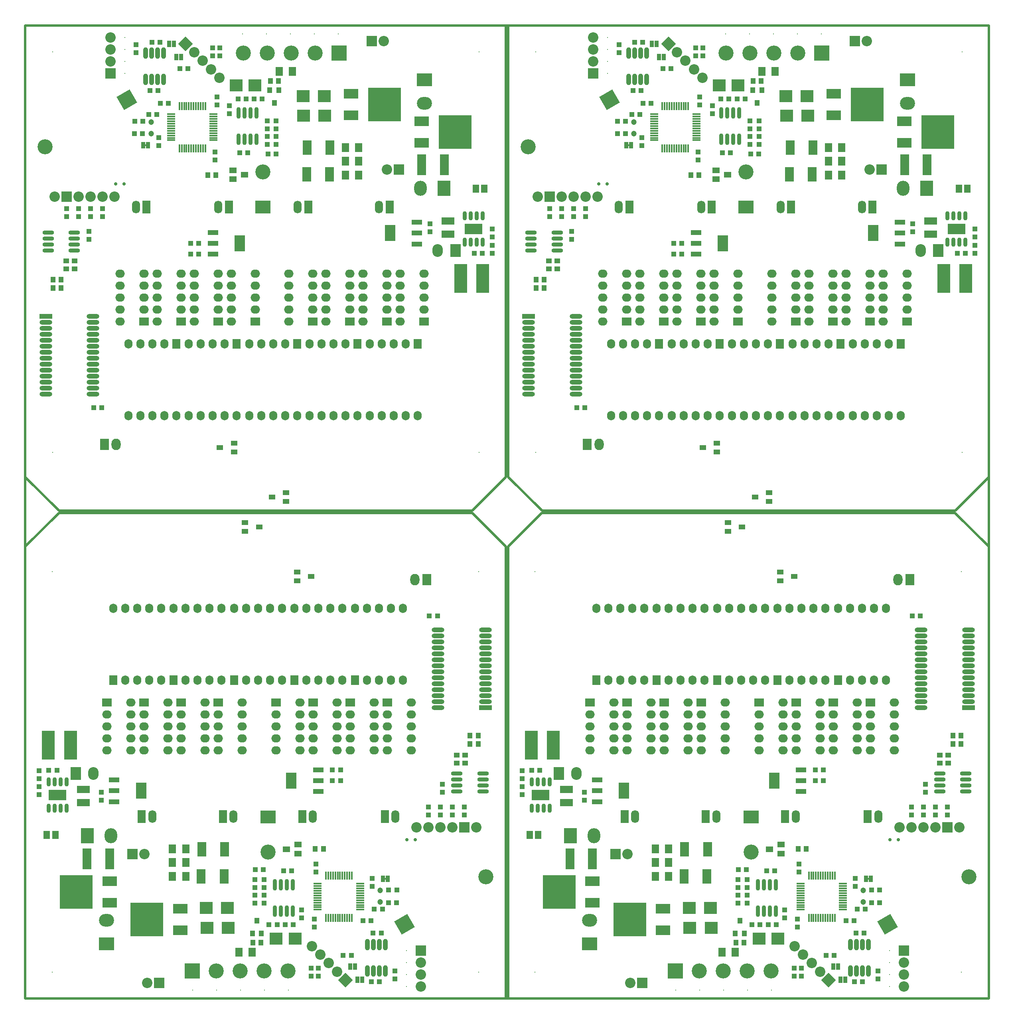
<source format=gts>
G04*
G04 #@! TF.GenerationSoftware,Altium Limited,Altium Designer,20.0.14 (345)*
G04*
G04 Layer_Color=8388736*
%FSLAX44Y44*%
%MOMM*%
G71*
G01*
G75*
%ADD29R,0.8000X0.3500*%
%ADD40C,0.5000*%
%ADD93R,1.5032X1.9032*%
%ADD94R,0.8382X1.4732*%
%ADD95R,2.7032X2.5032*%
%ADD96R,1.0032X1.1032*%
%ADD97R,1.1032X1.0032*%
%ADD98R,2.7032X1.5032*%
%ADD99R,2.3032X3.4032*%
%ADD100R,2.3032X1.1032*%
%ADD101R,2.7032X6.2032*%
%ADD102R,3.7032X2.2032*%
%ADD103O,0.8532X1.9532*%
%ADD104O,0.8532X2.4532*%
%ADD105R,1.0032X1.2032*%
%ADD106R,1.0032X1.3032*%
%ADD107R,1.7532X0.4532*%
%ADD108R,0.4532X1.7532*%
%ADD109R,1.0032X1.3032*%
%ADD110R,1.3032X1.0032*%
%ADD111R,1.4532X1.0032*%
%ADD112R,6.9532X7.1032*%
%ADD113R,3.1032X2.1032*%
%ADD114R,1.6032X1.2032*%
%ADD115R,1.4032X1.8032*%
%ADD116R,2.7032X1.0032*%
%ADD117O,2.7032X1.0032*%
%ADD118O,1.0032X2.4532*%
%ADD119R,1.9532X4.4232*%
%ADD120R,1.9532X3.0532*%
%ADD121O,2.4532X0.8532*%
%ADD122R,1.1032X1.0032*%
%ADD123R,1.5032X1.9032*%
%ADD124C,2.2032*%
%ADD125C,1.2032*%
%ADD126O,1.7032X2.7032*%
%ADD127R,1.7032X2.7032*%
%ADD128O,1.9532X2.4532*%
%ADD129R,1.9532X2.4532*%
%ADD130O,2.2032X2.7032*%
%ADD131R,2.2032X2.7032*%
%ADD132O,2.7032X3.2032*%
%ADD133R,2.7032X3.2032*%
%ADD134O,1.7032X2.0032*%
%ADD135R,1.7032X2.0032*%
%ADD136O,2.0032X1.7032*%
%ADD137R,2.0032X1.7032*%
%ADD138C,0.2032*%
%ADD139R,2.2032X2.2032*%
%ADD140C,3.2032*%
%ADD141R,3.2032X3.2032*%
%ADD142R,2.2032X2.2032*%
%ADD143P,4.5300X4X255.0*%
%ADD144P,3.1158X4X180.0*%
%ADD145R,3.2032X2.7032*%
%ADD146O,3.2032X2.7032*%
%ADD147C,0.7032*%
D29*
X764541Y254000D02*
D03*
X1789542D02*
D03*
X1280459Y1811000D02*
D03*
X255458D02*
D03*
D40*
X0Y0D02*
X2045000D01*
Y2065000D01*
X0D02*
X2045000D01*
X0Y0D02*
Y2065000D01*
X1Y-0D02*
X1020001D01*
Y957500D01*
X948501Y1030000D02*
X1020001Y958850D01*
X71151Y1030000D02*
X948501D01*
X1Y958850D02*
X71151Y1030000D01*
X1Y-0D02*
Y958850D01*
X1025002Y-0D02*
X2045002D01*
Y957500D01*
X1973502Y1030000D02*
X2045002Y958850D01*
X1096152Y1030000D02*
X1973502D01*
X1025002Y958850D02*
X1096152Y1030000D01*
X1025002Y-0D02*
Y958850D01*
X2044999Y2065000D02*
X1024999D01*
Y1107500D01*
X1096499Y1035000D02*
X1024999Y1106150D01*
X1973849Y1035000D02*
X1096499D01*
X2044999Y1106150D02*
X1973849Y1035000D01*
X2044999Y2065000D02*
Y1106150D01*
X1019998Y2065000D02*
X-2D01*
Y1107500D01*
X71498Y1035000D02*
X-2Y1106150D01*
X948848Y1035000D02*
X71498D01*
X1019998Y1106150D02*
X948848Y1035000D01*
X1019998Y2065000D02*
Y1106150D01*
D93*
X453361Y97790D02*
D03*
X481361D02*
D03*
X312391Y317500D02*
D03*
X340391D02*
D03*
Y288290D02*
D03*
X312391D02*
D03*
X340391Y259080D02*
D03*
X312391D02*
D03*
X1478362Y97790D02*
D03*
X1506362D02*
D03*
X1337392Y317500D02*
D03*
X1365392D02*
D03*
Y288290D02*
D03*
X1337392D02*
D03*
X1365392Y259080D02*
D03*
X1337392D02*
D03*
X1591639Y1967210D02*
D03*
X1563639D02*
D03*
X1732609Y1747500D02*
D03*
X1704609D02*
D03*
X566638Y1967210D02*
D03*
X538638D02*
D03*
X707608Y1747500D02*
D03*
X679608D02*
D03*
D94*
X715011Y39370D02*
D03*
X704851D02*
D03*
X699771Y67310D02*
D03*
X689611D02*
D03*
X769621Y254000D02*
D03*
X759461D02*
D03*
X1740012Y39370D02*
D03*
X1729852D02*
D03*
X1724772Y67310D02*
D03*
X1714612D02*
D03*
X1794622Y254000D02*
D03*
X1784462D02*
D03*
X1329989Y2025630D02*
D03*
X1340149D02*
D03*
X1345229Y1997690D02*
D03*
X1355389D02*
D03*
X1275379Y1811000D02*
D03*
X1285539D02*
D03*
X304988Y2025630D02*
D03*
X315148D02*
D03*
X320228Y1997690D02*
D03*
X330388D02*
D03*
X250378Y1811000D02*
D03*
X260538D02*
D03*
D95*
X430531Y149860D02*
D03*
X385531D02*
D03*
X429261Y191770D02*
D03*
X384261D02*
D03*
X572451Y127000D02*
D03*
X532451D02*
D03*
X1455532Y149860D02*
D03*
X1410532D02*
D03*
X1454262Y191770D02*
D03*
X1409262D02*
D03*
X1597452Y127000D02*
D03*
X1557452D02*
D03*
X1614469Y1915140D02*
D03*
X1659469D02*
D03*
X1615739Y1873230D02*
D03*
X1660739D02*
D03*
X1472549Y1938000D02*
D03*
X1512549D02*
D03*
X589468Y1915140D02*
D03*
X634468D02*
D03*
X590738Y1873230D02*
D03*
X635738D02*
D03*
X447548Y1938000D02*
D03*
X487548D02*
D03*
D96*
X757801Y189230D02*
D03*
X740801D02*
D03*
X49921Y483870D02*
D03*
X66921D02*
D03*
X691761Y91440D02*
D03*
X674761D02*
D03*
X488071Y273050D02*
D03*
X505071D02*
D03*
X534281Y156210D02*
D03*
X517281D02*
D03*
X551571D02*
D03*
X568571D02*
D03*
X548151Y270510D02*
D03*
X565151D02*
D03*
X770891Y203200D02*
D03*
X787891D02*
D03*
X771281Y229870D02*
D03*
X788281D02*
D03*
X651901Y485140D02*
D03*
X668901Y485140D02*
D03*
X651901Y462280D02*
D03*
X668901D02*
D03*
X734451Y35560D02*
D03*
X751451D02*
D03*
X738261Y138430D02*
D03*
X755261Y138430D02*
D03*
X857641Y811530D02*
D03*
X874641D02*
D03*
X716671Y165100D02*
D03*
X733671D02*
D03*
X1782802Y189230D02*
D03*
X1765802D02*
D03*
X1074922Y483870D02*
D03*
X1091922D02*
D03*
X1716762Y91440D02*
D03*
X1699762D02*
D03*
X1513072Y273050D02*
D03*
X1530072D02*
D03*
X1559282Y156210D02*
D03*
X1542282D02*
D03*
X1576572D02*
D03*
X1593572D02*
D03*
X1573152Y270510D02*
D03*
X1590152D02*
D03*
X1795892Y203200D02*
D03*
X1812892D02*
D03*
X1796282Y229870D02*
D03*
X1813282D02*
D03*
X1676902Y485140D02*
D03*
X1693902Y485140D02*
D03*
X1676902Y462280D02*
D03*
X1693902D02*
D03*
X1759452Y35560D02*
D03*
X1776452D02*
D03*
X1763262Y138430D02*
D03*
X1780262Y138430D02*
D03*
X1882642Y811530D02*
D03*
X1899642D02*
D03*
X1741672Y165100D02*
D03*
X1758672D02*
D03*
X1287199Y1875770D02*
D03*
X1304199D02*
D03*
X1995079Y1581130D02*
D03*
X1978079D02*
D03*
X1353239Y1973560D02*
D03*
X1370239D02*
D03*
X1556929Y1791950D02*
D03*
X1539929D02*
D03*
X1510719Y1908790D02*
D03*
X1527719D02*
D03*
X1493429D02*
D03*
X1476429D02*
D03*
X1496849Y1794490D02*
D03*
X1479849D02*
D03*
X1274109Y1861800D02*
D03*
X1257109D02*
D03*
X1273719Y1835130D02*
D03*
X1256719D02*
D03*
X1393099Y1579860D02*
D03*
X1376099Y1579860D02*
D03*
X1393099Y1602720D02*
D03*
X1376099D02*
D03*
X1310549Y2029440D02*
D03*
X1293549D02*
D03*
X1306739Y1926570D02*
D03*
X1289739Y1926570D02*
D03*
X1187359Y1253470D02*
D03*
X1170359D02*
D03*
X1328329Y1899900D02*
D03*
X1311329D02*
D03*
X262198Y1875770D02*
D03*
X279198D02*
D03*
X970078Y1581130D02*
D03*
X953078D02*
D03*
X328238Y1973560D02*
D03*
X345238D02*
D03*
X531928Y1791950D02*
D03*
X514928D02*
D03*
X485718Y1908790D02*
D03*
X502718D02*
D03*
X468428D02*
D03*
X451428D02*
D03*
X471848Y1794490D02*
D03*
X454848D02*
D03*
X249108Y1861800D02*
D03*
X232108D02*
D03*
X248718Y1835130D02*
D03*
X231718D02*
D03*
X368098Y1579860D02*
D03*
X351098Y1579860D02*
D03*
X368098Y1602720D02*
D03*
X351098D02*
D03*
X285548Y2029440D02*
D03*
X268548D02*
D03*
X281738Y1926570D02*
D03*
X264738Y1926570D02*
D03*
X162358Y1253470D02*
D03*
X145358D02*
D03*
X303328Y1899900D02*
D03*
X286328D02*
D03*
D97*
X622301Y47380D02*
D03*
Y64380D02*
D03*
X607061D02*
D03*
Y47380D02*
D03*
X906781Y406010D02*
D03*
Y389010D02*
D03*
X881381Y406010D02*
D03*
Y389010D02*
D03*
X855981Y406010D02*
D03*
Y389010D02*
D03*
X932181Y406010D02*
D03*
Y389010D02*
D03*
X29211Y466480D02*
D03*
Y483480D02*
D03*
Y449190D02*
D03*
Y432190D02*
D03*
X487681Y252340D02*
D03*
Y235340D02*
D03*
X506731D02*
D03*
Y252340D02*
D03*
Y202320D02*
D03*
Y219320D02*
D03*
X487681D02*
D03*
Y202320D02*
D03*
X586741Y170570D02*
D03*
Y187570D02*
D03*
X784861Y58030D02*
D03*
Y41030D02*
D03*
X617221Y268360D02*
D03*
Y285360D02*
D03*
X613411Y168520D02*
D03*
Y151520D02*
D03*
X885191Y437270D02*
D03*
Y454270D02*
D03*
X161291Y420760D02*
D03*
Y437760D02*
D03*
X736601Y254880D02*
D03*
Y237880D02*
D03*
X1647302Y47380D02*
D03*
Y64380D02*
D03*
X1632062D02*
D03*
Y47380D02*
D03*
X1931782Y406010D02*
D03*
Y389010D02*
D03*
X1906382Y406010D02*
D03*
Y389010D02*
D03*
X1880982Y406010D02*
D03*
Y389010D02*
D03*
X1957182Y406010D02*
D03*
Y389010D02*
D03*
X1054212Y466480D02*
D03*
Y483480D02*
D03*
Y449190D02*
D03*
Y432190D02*
D03*
X1512682Y252340D02*
D03*
Y235340D02*
D03*
X1531732D02*
D03*
Y252340D02*
D03*
Y202320D02*
D03*
Y219320D02*
D03*
X1512682D02*
D03*
Y202320D02*
D03*
X1611742Y170570D02*
D03*
Y187570D02*
D03*
X1809862Y58030D02*
D03*
Y41030D02*
D03*
X1642222Y268360D02*
D03*
Y285360D02*
D03*
X1638412Y168520D02*
D03*
Y151520D02*
D03*
X1910192Y437270D02*
D03*
Y454270D02*
D03*
X1186292Y420760D02*
D03*
Y437760D02*
D03*
X1761602Y254880D02*
D03*
Y237880D02*
D03*
X1422699Y2017620D02*
D03*
Y2000620D02*
D03*
X1437939D02*
D03*
Y2017620D02*
D03*
X1557319Y1812660D02*
D03*
Y1829660D02*
D03*
X1538269D02*
D03*
Y1812660D02*
D03*
X1557319Y1845680D02*
D03*
Y1862680D02*
D03*
X1458259Y1894430D02*
D03*
Y1877430D02*
D03*
X1260139Y2006970D02*
D03*
Y2023970D02*
D03*
X1427779Y1796640D02*
D03*
Y1779640D02*
D03*
X1308399Y1810120D02*
D03*
Y1827120D02*
D03*
X397698Y2017620D02*
D03*
Y2000620D02*
D03*
X412938D02*
D03*
Y2017620D02*
D03*
X532318Y1812660D02*
D03*
Y1829660D02*
D03*
X513268D02*
D03*
Y1812660D02*
D03*
X532318Y1845680D02*
D03*
Y1862680D02*
D03*
X433258Y1894430D02*
D03*
Y1877430D02*
D03*
X235138Y2006970D02*
D03*
Y2023970D02*
D03*
X402778Y1796640D02*
D03*
Y1779640D02*
D03*
X283398Y1810120D02*
D03*
Y1827120D02*
D03*
D98*
X123191Y415260D02*
D03*
Y443260D02*
D03*
X1148192Y415260D02*
D03*
Y443260D02*
D03*
X1921809Y1649740D02*
D03*
Y1621740D02*
D03*
X896808Y1649740D02*
D03*
Y1621740D02*
D03*
D99*
X245671Y440690D02*
D03*
X564591Y462280D02*
D03*
X1270672Y440690D02*
D03*
X1589592Y462280D02*
D03*
X1799329Y1624310D02*
D03*
X1480409Y1602720D02*
D03*
X774328Y1624310D02*
D03*
X455408Y1602720D02*
D03*
D100*
X188671Y417690D02*
D03*
Y440690D02*
D03*
Y463690D02*
D03*
X621591Y485280D02*
D03*
X621591Y462280D02*
D03*
X621591Y439280D02*
D03*
X1213672Y417690D02*
D03*
Y440690D02*
D03*
Y463690D02*
D03*
X1646592Y485280D02*
D03*
X1646592Y462280D02*
D03*
X1646592Y439280D02*
D03*
X1856329Y1647310D02*
D03*
Y1624310D02*
D03*
Y1601310D02*
D03*
X1423409Y1579720D02*
D03*
X1423409Y1602720D02*
D03*
X1423409Y1625720D02*
D03*
X831328Y1647310D02*
D03*
Y1624310D02*
D03*
Y1601310D02*
D03*
X398408Y1579720D02*
D03*
X398408Y1602720D02*
D03*
X398408Y1625720D02*
D03*
D101*
X48891Y537210D02*
D03*
X95891D02*
D03*
X1073892D02*
D03*
X1120892D02*
D03*
X1996109Y1527790D02*
D03*
X1949109D02*
D03*
X971108D02*
D03*
X924108D02*
D03*
D102*
X68581Y431800D02*
D03*
X1093582D02*
D03*
X1976419Y1633200D02*
D03*
X951418D02*
D03*
D103*
X49531Y403970D02*
D03*
X62231D02*
D03*
X74931D02*
D03*
X87631D02*
D03*
X49531Y459470D02*
D03*
X62231D02*
D03*
X74931D02*
D03*
X87631D02*
D03*
X1074532Y403970D02*
D03*
X1087232D02*
D03*
X1099932D02*
D03*
X1112632D02*
D03*
X1074532Y459470D02*
D03*
X1087232D02*
D03*
X1099932D02*
D03*
X1112632D02*
D03*
X1995469Y1661030D02*
D03*
X1982769D02*
D03*
X1970069D02*
D03*
X1957369D02*
D03*
X1995469Y1605530D02*
D03*
X1982769D02*
D03*
X1970069D02*
D03*
X1957369D02*
D03*
X970468Y1661030D02*
D03*
X957768D02*
D03*
X945068D02*
D03*
X932368D02*
D03*
X970468Y1605530D02*
D03*
X957768D02*
D03*
X945068D02*
D03*
X932368D02*
D03*
D104*
X567691Y241030D02*
D03*
X554991D02*
D03*
X542291D02*
D03*
X529591D02*
D03*
X567691Y185530D02*
D03*
X554991D02*
D03*
X542291D02*
D03*
X529591D02*
D03*
X1592692Y241030D02*
D03*
X1579992D02*
D03*
X1567292D02*
D03*
X1554592D02*
D03*
X1592692Y185530D02*
D03*
X1579992D02*
D03*
X1567292D02*
D03*
X1554592D02*
D03*
X1477309Y1823970D02*
D03*
X1490009D02*
D03*
X1502709D02*
D03*
X1515409D02*
D03*
X1477309Y1879470D02*
D03*
X1490009D02*
D03*
X1502709D02*
D03*
X1515409D02*
D03*
X452308Y1823970D02*
D03*
X465008D02*
D03*
X477708D02*
D03*
X490408D02*
D03*
X452308Y1879470D02*
D03*
X465008D02*
D03*
X477708D02*
D03*
X490408D02*
D03*
D105*
X491491Y164630D02*
D03*
X1516492D02*
D03*
X1553509Y1900370D02*
D03*
X528508D02*
D03*
D106*
X481991Y137630D02*
D03*
X500991D02*
D03*
X1506992D02*
D03*
X1525992D02*
D03*
X1563009Y1927370D02*
D03*
X1544009D02*
D03*
X538008D02*
D03*
X519008D02*
D03*
D107*
X710481Y188400D02*
D03*
Y193400D02*
D03*
Y198400D02*
D03*
Y203400D02*
D03*
X710481Y208400D02*
D03*
Y213400D02*
D03*
Y218400D02*
D03*
X710481Y223400D02*
D03*
Y228400D02*
D03*
Y233400D02*
D03*
Y238400D02*
D03*
Y243400D02*
D03*
X620481D02*
D03*
Y238400D02*
D03*
Y233400D02*
D03*
Y228400D02*
D03*
Y223400D02*
D03*
X620481Y218400D02*
D03*
Y213400D02*
D03*
Y208400D02*
D03*
X620481Y203400D02*
D03*
Y198400D02*
D03*
Y193400D02*
D03*
Y188400D02*
D03*
X1735482D02*
D03*
Y193400D02*
D03*
Y198400D02*
D03*
Y203400D02*
D03*
X1735482Y208400D02*
D03*
Y213400D02*
D03*
Y218400D02*
D03*
X1735482Y223400D02*
D03*
Y228400D02*
D03*
Y233400D02*
D03*
Y238400D02*
D03*
Y243400D02*
D03*
X1645482D02*
D03*
Y238400D02*
D03*
Y233400D02*
D03*
Y228400D02*
D03*
Y223400D02*
D03*
X1645482Y218400D02*
D03*
Y213400D02*
D03*
Y208400D02*
D03*
X1645482Y203400D02*
D03*
Y198400D02*
D03*
Y193400D02*
D03*
Y188400D02*
D03*
X1334519Y1876600D02*
D03*
Y1871600D02*
D03*
Y1866600D02*
D03*
Y1861600D02*
D03*
X1334519Y1856600D02*
D03*
Y1851600D02*
D03*
Y1846600D02*
D03*
X1334519Y1841600D02*
D03*
Y1836600D02*
D03*
Y1831600D02*
D03*
Y1826600D02*
D03*
Y1821600D02*
D03*
X1424519D02*
D03*
Y1826600D02*
D03*
Y1831600D02*
D03*
Y1836600D02*
D03*
Y1841600D02*
D03*
X1424519Y1846600D02*
D03*
Y1851600D02*
D03*
Y1856600D02*
D03*
X1424519Y1861600D02*
D03*
Y1866600D02*
D03*
Y1871600D02*
D03*
Y1876600D02*
D03*
X309518D02*
D03*
Y1871600D02*
D03*
Y1866600D02*
D03*
Y1861600D02*
D03*
X309518Y1856600D02*
D03*
Y1851600D02*
D03*
Y1846600D02*
D03*
X309518Y1841600D02*
D03*
Y1836600D02*
D03*
Y1831600D02*
D03*
Y1826600D02*
D03*
Y1821600D02*
D03*
X399518D02*
D03*
Y1826600D02*
D03*
Y1831600D02*
D03*
Y1836600D02*
D03*
Y1841600D02*
D03*
X399518Y1846600D02*
D03*
Y1851600D02*
D03*
Y1856600D02*
D03*
X399518Y1861600D02*
D03*
Y1866600D02*
D03*
Y1871600D02*
D03*
Y1876600D02*
D03*
D108*
X692981Y260900D02*
D03*
X687981D02*
D03*
X682981Y260900D02*
D03*
X677981D02*
D03*
X672981D02*
D03*
X667981D02*
D03*
X662981D02*
D03*
X657981Y260900D02*
D03*
X652981Y260900D02*
D03*
X647981D02*
D03*
X642981D02*
D03*
X637981D02*
D03*
Y170900D02*
D03*
X642981D02*
D03*
X647981D02*
D03*
X652981D02*
D03*
X657981Y170900D02*
D03*
X662981Y170900D02*
D03*
X667981D02*
D03*
X672981D02*
D03*
X677981D02*
D03*
X682981D02*
D03*
X687981Y170900D02*
D03*
X692981D02*
D03*
X1717982Y260900D02*
D03*
X1712982D02*
D03*
X1707982Y260900D02*
D03*
X1702982D02*
D03*
X1697982D02*
D03*
X1692982D02*
D03*
X1687982D02*
D03*
X1682982Y260900D02*
D03*
X1677982Y260900D02*
D03*
X1672982D02*
D03*
X1667982D02*
D03*
X1662982D02*
D03*
Y170900D02*
D03*
X1667982D02*
D03*
X1672982D02*
D03*
X1677982D02*
D03*
X1682982Y170900D02*
D03*
X1687982Y170900D02*
D03*
X1692982D02*
D03*
X1697982D02*
D03*
X1702982D02*
D03*
X1707982D02*
D03*
X1712982Y170900D02*
D03*
X1717982D02*
D03*
X1352019Y1804100D02*
D03*
X1357019D02*
D03*
X1362019Y1804100D02*
D03*
X1367019D02*
D03*
X1372019D02*
D03*
X1377019D02*
D03*
X1382019D02*
D03*
X1387019Y1804100D02*
D03*
X1392019Y1804100D02*
D03*
X1397019D02*
D03*
X1402019D02*
D03*
X1407019D02*
D03*
Y1894100D02*
D03*
X1402019D02*
D03*
X1397019D02*
D03*
X1392019D02*
D03*
X1387019Y1894100D02*
D03*
X1382019Y1894100D02*
D03*
X1377019D02*
D03*
X1372019D02*
D03*
X1367019D02*
D03*
X1362019D02*
D03*
X1357019Y1894100D02*
D03*
X1352019D02*
D03*
X327018Y1804100D02*
D03*
X332018D02*
D03*
X337018Y1804100D02*
D03*
X342018D02*
D03*
X347018D02*
D03*
X352018D02*
D03*
X357018D02*
D03*
X362018Y1804100D02*
D03*
X367018Y1804100D02*
D03*
X372018D02*
D03*
X377018D02*
D03*
X382018D02*
D03*
Y1894100D02*
D03*
X377018D02*
D03*
X372018D02*
D03*
X367018D02*
D03*
X362018Y1894100D02*
D03*
X357018Y1894100D02*
D03*
X352018D02*
D03*
X347018D02*
D03*
X342018D02*
D03*
X337018D02*
D03*
X332018Y1894100D02*
D03*
X327018D02*
D03*
D109*
X944001Y557530D02*
D03*
X961001D02*
D03*
Y539750D02*
D03*
X944001D02*
D03*
X615511Y317500D02*
D03*
X632511D02*
D03*
X482991Y118110D02*
D03*
X499991D02*
D03*
X1969002Y557530D02*
D03*
X1986002D02*
D03*
Y539750D02*
D03*
X1969002D02*
D03*
X1640512Y317500D02*
D03*
X1657512D02*
D03*
X1507992Y118110D02*
D03*
X1524992D02*
D03*
X1100999Y1507470D02*
D03*
X1083999D02*
D03*
Y1525250D02*
D03*
X1100999D02*
D03*
X1429489Y1747500D02*
D03*
X1412489D02*
D03*
X1562009Y1946890D02*
D03*
X1545009D02*
D03*
X75998Y1507470D02*
D03*
X58998D02*
D03*
Y1525250D02*
D03*
X75998D02*
D03*
X404488Y1747500D02*
D03*
X387488D02*
D03*
X537008Y1946890D02*
D03*
X520008D02*
D03*
D110*
X915671Y516500D02*
D03*
Y499500D02*
D03*
X933451D02*
D03*
Y516500D02*
D03*
X1940672D02*
D03*
Y499500D02*
D03*
X1958452D02*
D03*
Y516500D02*
D03*
X1129329Y1548500D02*
D03*
Y1565500D02*
D03*
X1111549D02*
D03*
Y1548500D02*
D03*
X104328D02*
D03*
Y1565500D02*
D03*
X86548D02*
D03*
Y1548500D02*
D03*
D111*
X576901Y886200D02*
D03*
Y905200D02*
D03*
X606901Y895700D02*
D03*
X466331Y991260D02*
D03*
Y1010260D02*
D03*
X496331Y1000760D02*
D03*
X1601902Y886200D02*
D03*
Y905200D02*
D03*
X1631902Y895700D02*
D03*
X1491332Y991260D02*
D03*
Y1010260D02*
D03*
X1521332Y1000760D02*
D03*
X1468099Y1178800D02*
D03*
Y1159800D02*
D03*
X1438099Y1169300D02*
D03*
X1578669Y1073740D02*
D03*
Y1054740D02*
D03*
X1548669Y1064240D02*
D03*
X443098Y1178800D02*
D03*
Y1159800D02*
D03*
X413098Y1169300D02*
D03*
X553668Y1073740D02*
D03*
Y1054740D02*
D03*
X523668Y1064240D02*
D03*
D112*
X107951Y226060D02*
D03*
X257811Y167640D02*
D03*
X1132952Y226060D02*
D03*
X1282812Y167640D02*
D03*
X1937049Y1838940D02*
D03*
X1787189Y1897360D02*
D03*
X912048Y1838940D02*
D03*
X762188Y1897360D02*
D03*
D113*
X178951Y248860D02*
D03*
Y203260D02*
D03*
X328811Y190440D02*
D03*
Y144840D02*
D03*
X1203952Y248860D02*
D03*
Y203260D02*
D03*
X1353812Y190440D02*
D03*
Y144840D02*
D03*
X1866049Y1816140D02*
D03*
Y1861740D02*
D03*
X1716189Y1874560D02*
D03*
Y1920160D02*
D03*
X841048Y1816140D02*
D03*
Y1861740D02*
D03*
X691188Y1874560D02*
D03*
Y1920160D02*
D03*
D114*
X578951Y307436D02*
D03*
Y326436D02*
D03*
X554451Y316936D02*
D03*
X1603952Y307436D02*
D03*
Y326436D02*
D03*
X1579452Y316936D02*
D03*
X1466049Y1757564D02*
D03*
Y1738564D02*
D03*
X1490549Y1748064D02*
D03*
X441048Y1757564D02*
D03*
Y1738564D02*
D03*
X465548Y1748064D02*
D03*
D115*
X63611Y346710D02*
D03*
X45611D02*
D03*
X1088612D02*
D03*
X1070612D02*
D03*
X1981389Y1718290D02*
D03*
X1999389D02*
D03*
X956388D02*
D03*
X974388D02*
D03*
D116*
X976631Y617220D02*
D03*
X2001632D02*
D03*
X1068369Y1447780D02*
D03*
X43368D02*
D03*
D117*
X976631Y629920D02*
D03*
Y642620D02*
D03*
Y655320D02*
D03*
Y668020D02*
D03*
Y680720D02*
D03*
Y693420D02*
D03*
Y706120D02*
D03*
Y718820D02*
D03*
Y731520D02*
D03*
Y744220D02*
D03*
Y756920D02*
D03*
Y769620D02*
D03*
Y782320D02*
D03*
X876131D02*
D03*
Y769620D02*
D03*
Y756920D02*
D03*
Y744220D02*
D03*
Y731520D02*
D03*
Y718820D02*
D03*
Y706120D02*
D03*
Y693420D02*
D03*
Y680720D02*
D03*
Y668020D02*
D03*
Y655320D02*
D03*
Y642620D02*
D03*
Y629920D02*
D03*
Y617220D02*
D03*
X2001632Y629920D02*
D03*
Y642620D02*
D03*
Y655320D02*
D03*
Y668020D02*
D03*
Y680720D02*
D03*
Y693420D02*
D03*
Y706120D02*
D03*
Y718820D02*
D03*
Y731520D02*
D03*
Y744220D02*
D03*
Y756920D02*
D03*
Y769620D02*
D03*
Y782320D02*
D03*
X1901132D02*
D03*
Y769620D02*
D03*
Y756920D02*
D03*
Y744220D02*
D03*
Y731520D02*
D03*
Y718820D02*
D03*
Y706120D02*
D03*
Y693420D02*
D03*
Y680720D02*
D03*
Y668020D02*
D03*
Y655320D02*
D03*
Y642620D02*
D03*
Y629920D02*
D03*
Y617220D02*
D03*
X1068369Y1435080D02*
D03*
Y1422380D02*
D03*
Y1409680D02*
D03*
Y1396980D02*
D03*
Y1384280D02*
D03*
Y1371580D02*
D03*
Y1358880D02*
D03*
Y1346180D02*
D03*
Y1333480D02*
D03*
Y1320780D02*
D03*
Y1308080D02*
D03*
Y1295380D02*
D03*
Y1282680D02*
D03*
X1168869D02*
D03*
Y1295380D02*
D03*
Y1308080D02*
D03*
Y1320780D02*
D03*
Y1333480D02*
D03*
Y1346180D02*
D03*
Y1358880D02*
D03*
Y1371580D02*
D03*
Y1384280D02*
D03*
Y1396980D02*
D03*
Y1409680D02*
D03*
Y1422380D02*
D03*
Y1435080D02*
D03*
Y1447780D02*
D03*
X43368Y1435080D02*
D03*
Y1422380D02*
D03*
Y1409680D02*
D03*
Y1396980D02*
D03*
Y1384280D02*
D03*
Y1371580D02*
D03*
Y1358880D02*
D03*
Y1346180D02*
D03*
Y1333480D02*
D03*
Y1320780D02*
D03*
Y1308080D02*
D03*
Y1295380D02*
D03*
Y1282680D02*
D03*
X143868D02*
D03*
Y1295380D02*
D03*
Y1308080D02*
D03*
Y1320780D02*
D03*
Y1333480D02*
D03*
Y1346180D02*
D03*
Y1358880D02*
D03*
Y1371580D02*
D03*
Y1384280D02*
D03*
Y1396980D02*
D03*
Y1409680D02*
D03*
Y1422380D02*
D03*
Y1435080D02*
D03*
Y1447780D02*
D03*
D118*
X726441Y58690D02*
D03*
X739141D02*
D03*
X751841D02*
D03*
X764541D02*
D03*
X726441Y114190D02*
D03*
X739141D02*
D03*
X751841D02*
D03*
X764541D02*
D03*
X1751442Y58690D02*
D03*
X1764142D02*
D03*
X1776842D02*
D03*
X1789542D02*
D03*
X1751442Y114190D02*
D03*
X1764142D02*
D03*
X1776842D02*
D03*
X1789542D02*
D03*
X1318559Y2006310D02*
D03*
X1305859D02*
D03*
X1293159D02*
D03*
X1280459D02*
D03*
X1318559Y1950810D02*
D03*
X1305859D02*
D03*
X1293159D02*
D03*
X1280459D02*
D03*
X293558Y2006310D02*
D03*
X280858D02*
D03*
X268158D02*
D03*
X255458D02*
D03*
X293558Y1950810D02*
D03*
X280858D02*
D03*
X268158D02*
D03*
X255458D02*
D03*
D119*
X130941Y295910D02*
D03*
X178941D02*
D03*
X1155942D02*
D03*
X1203942D02*
D03*
X1914059Y1769090D02*
D03*
X1866059D02*
D03*
X889058D02*
D03*
X841058D02*
D03*
D120*
X423031Y316230D02*
D03*
X374531D02*
D03*
X421761Y259080D02*
D03*
X373261D02*
D03*
X1448032Y316230D02*
D03*
X1399532D02*
D03*
X1446762Y259080D02*
D03*
X1398262D02*
D03*
X1621969Y1748770D02*
D03*
X1670469D02*
D03*
X1623239Y1805920D02*
D03*
X1671739D02*
D03*
X596968Y1748770D02*
D03*
X645468D02*
D03*
X598238Y1805920D02*
D03*
X646738D02*
D03*
D121*
X971441Y439420D02*
D03*
Y452120D02*
D03*
Y464820D02*
D03*
Y477520D02*
D03*
X915941Y439420D02*
D03*
Y452120D02*
D03*
Y464820D02*
D03*
Y477520D02*
D03*
X1996442Y439420D02*
D03*
Y452120D02*
D03*
Y464820D02*
D03*
Y477520D02*
D03*
X1940942Y439420D02*
D03*
Y452120D02*
D03*
Y464820D02*
D03*
Y477520D02*
D03*
X1073559Y1625580D02*
D03*
Y1612880D02*
D03*
Y1600180D02*
D03*
Y1587480D02*
D03*
X1129059Y1625580D02*
D03*
Y1612880D02*
D03*
Y1600180D02*
D03*
Y1587480D02*
D03*
X48558Y1625580D02*
D03*
Y1612880D02*
D03*
Y1600180D02*
D03*
Y1587480D02*
D03*
X104058Y1625580D02*
D03*
Y1612880D02*
D03*
Y1600180D02*
D03*
Y1587480D02*
D03*
D122*
X1138219Y1658990D02*
D03*
Y1675990D02*
D03*
X1163619Y1658990D02*
D03*
Y1675990D02*
D03*
X1189019Y1658990D02*
D03*
Y1675990D02*
D03*
X1112819Y1658990D02*
D03*
Y1675990D02*
D03*
X2015789Y1598520D02*
D03*
Y1581520D02*
D03*
Y1615810D02*
D03*
Y1632810D02*
D03*
X1538269Y1862680D02*
D03*
Y1845680D02*
D03*
X1431589Y1896480D02*
D03*
Y1913480D02*
D03*
X1159809Y1627730D02*
D03*
Y1610730D02*
D03*
X1883709Y1644240D02*
D03*
Y1627240D02*
D03*
X113218Y1658990D02*
D03*
Y1675990D02*
D03*
X138618Y1658990D02*
D03*
Y1675990D02*
D03*
X164018Y1658990D02*
D03*
Y1675990D02*
D03*
X87818Y1658990D02*
D03*
Y1675990D02*
D03*
X990788Y1598520D02*
D03*
Y1581520D02*
D03*
Y1615810D02*
D03*
Y1632810D02*
D03*
X513268Y1862680D02*
D03*
Y1845680D02*
D03*
X406588Y1896480D02*
D03*
Y1913480D02*
D03*
X134808Y1627730D02*
D03*
Y1610730D02*
D03*
X858708Y1644240D02*
D03*
Y1627240D02*
D03*
D123*
X1704609Y1776710D02*
D03*
X1732609D02*
D03*
X1704609Y1805920D02*
D03*
X1732609D02*
D03*
X679608Y1776710D02*
D03*
X707608D02*
D03*
X679608Y1805920D02*
D03*
X707608D02*
D03*
D124*
X957581Y363220D02*
D03*
X259081Y33020D02*
D03*
X839471Y76200D02*
D03*
X839471Y50800D02*
D03*
Y25400D02*
D03*
X607970Y110851D02*
D03*
X625930Y92890D02*
D03*
X643891Y74930D02*
D03*
X661851Y56969D02*
D03*
X906781Y363220D02*
D03*
X881381Y363220D02*
D03*
X855981D02*
D03*
X830581D02*
D03*
X252731Y306070D02*
D03*
X1982582Y363220D02*
D03*
X1284082Y33020D02*
D03*
X1864472Y76200D02*
D03*
X1864472Y50800D02*
D03*
Y25400D02*
D03*
X1632971Y110851D02*
D03*
X1650931Y92890D02*
D03*
X1668892Y74930D02*
D03*
X1686852Y56969D02*
D03*
X1931782Y363220D02*
D03*
X1906382Y363220D02*
D03*
X1880982D02*
D03*
X1855582D02*
D03*
X1277732Y306070D02*
D03*
X1087419Y1701780D02*
D03*
X1785919Y2031980D02*
D03*
X1205529Y1988800D02*
D03*
X1205529Y2014200D02*
D03*
Y2039600D02*
D03*
X1437030Y1954149D02*
D03*
X1419070Y1972110D02*
D03*
X1401109Y1990070D02*
D03*
X1383149Y2008031D02*
D03*
X1138219Y1701780D02*
D03*
X1163619Y1701780D02*
D03*
X1189019D02*
D03*
X1214419D02*
D03*
X1792269Y1758930D02*
D03*
X62418Y1701780D02*
D03*
X760918Y2031980D02*
D03*
X180528Y1988800D02*
D03*
X180528Y2014200D02*
D03*
Y2039600D02*
D03*
X412029Y1954149D02*
D03*
X394069Y1972110D02*
D03*
X376108Y1990070D02*
D03*
X358148Y2008031D02*
D03*
X113218Y1701780D02*
D03*
X138618Y1701780D02*
D03*
X164018D02*
D03*
X189418D02*
D03*
X767268Y1758930D02*
D03*
D125*
X753111Y229670D02*
D03*
Y204670D02*
D03*
X1778112Y229670D02*
D03*
Y204670D02*
D03*
X1291889Y1835330D02*
D03*
Y1860330D02*
D03*
X266888Y1835330D02*
D03*
Y1860330D02*
D03*
D126*
X441901Y385700D02*
D03*
X610401D02*
D03*
X785401D02*
D03*
X269401D02*
D03*
X1466902D02*
D03*
X1635402D02*
D03*
X1810402D02*
D03*
X1294402D02*
D03*
X1603099Y1679300D02*
D03*
X1434599D02*
D03*
X1259599D02*
D03*
X1775599D02*
D03*
X578098D02*
D03*
X409598D02*
D03*
X234598D02*
D03*
X750598D02*
D03*
D127*
X419401Y385700D02*
D03*
X587901D02*
D03*
X762901D02*
D03*
X246901D02*
D03*
X1444402D02*
D03*
X1612902D02*
D03*
X1787902D02*
D03*
X1271902D02*
D03*
X1625599Y1679300D02*
D03*
X1457099D02*
D03*
X1282099D02*
D03*
X1798099D02*
D03*
X600598D02*
D03*
X432098D02*
D03*
X257098D02*
D03*
X773098D02*
D03*
D128*
X827171Y889000D02*
D03*
X1852172D02*
D03*
X1217829Y1176000D02*
D03*
X192828D02*
D03*
D129*
X852171Y889000D02*
D03*
X1877172D02*
D03*
X1192829Y1176000D02*
D03*
X167828D02*
D03*
D130*
X144781Y477520D02*
D03*
X1169782D02*
D03*
X1900219Y1587480D02*
D03*
X875218D02*
D03*
D131*
X107281Y477520D02*
D03*
X1132282D02*
D03*
X1937719Y1587480D02*
D03*
X912718D02*
D03*
D132*
X181611Y345440D02*
D03*
X1206612D02*
D03*
X1863389Y1719560D02*
D03*
X838388D02*
D03*
D133*
X131611Y345440D02*
D03*
X1156612D02*
D03*
X1913389Y1719560D02*
D03*
X888388D02*
D03*
D134*
X288501Y828100D02*
D03*
X263101D02*
D03*
X237701D02*
D03*
X212301D02*
D03*
X186901D02*
D03*
X288501Y675700D02*
D03*
X263101D02*
D03*
X237701D02*
D03*
X212301D02*
D03*
X468631Y675640D02*
D03*
X494031D02*
D03*
X519431D02*
D03*
X544831D02*
D03*
X443231Y828040D02*
D03*
X468631D02*
D03*
X494031D02*
D03*
X519431D02*
D03*
X544831D02*
D03*
X673101D02*
D03*
X647701D02*
D03*
X622301D02*
D03*
X596901D02*
D03*
X571501D02*
D03*
X673101Y675640D02*
D03*
X647701D02*
D03*
X622301D02*
D03*
X596901D02*
D03*
X725171D02*
D03*
X750571D02*
D03*
X775971D02*
D03*
X801371D02*
D03*
X699771Y828040D02*
D03*
X725171D02*
D03*
X750571D02*
D03*
X775971D02*
D03*
X801371D02*
D03*
X416561D02*
D03*
X391161D02*
D03*
X365761D02*
D03*
X340361D02*
D03*
X314961D02*
D03*
X416561Y675640D02*
D03*
X391161D02*
D03*
X365761D02*
D03*
X340361D02*
D03*
X1313502Y828100D02*
D03*
X1288102D02*
D03*
X1262702D02*
D03*
X1237302D02*
D03*
X1211902D02*
D03*
X1313502Y675700D02*
D03*
X1288102D02*
D03*
X1262702D02*
D03*
X1237302D02*
D03*
X1493632Y675640D02*
D03*
X1519032D02*
D03*
X1544432D02*
D03*
X1569832D02*
D03*
X1468232Y828040D02*
D03*
X1493632D02*
D03*
X1519032D02*
D03*
X1544432D02*
D03*
X1569832D02*
D03*
X1698102D02*
D03*
X1672702D02*
D03*
X1647302D02*
D03*
X1621902D02*
D03*
X1596502D02*
D03*
X1698102Y675640D02*
D03*
X1672702D02*
D03*
X1647302D02*
D03*
X1621902D02*
D03*
X1750172D02*
D03*
X1775572D02*
D03*
X1800972D02*
D03*
X1826372D02*
D03*
X1724772Y828040D02*
D03*
X1750172D02*
D03*
X1775572D02*
D03*
X1800972D02*
D03*
X1826372D02*
D03*
X1441562D02*
D03*
X1416162D02*
D03*
X1390762D02*
D03*
X1365362D02*
D03*
X1339962D02*
D03*
X1441562Y675640D02*
D03*
X1416162D02*
D03*
X1390762D02*
D03*
X1365362D02*
D03*
X1756499Y1236900D02*
D03*
X1781899D02*
D03*
X1807299D02*
D03*
X1832699D02*
D03*
X1858099D02*
D03*
X1756499Y1389300D02*
D03*
X1781899D02*
D03*
X1807299D02*
D03*
X1832699D02*
D03*
X1576369Y1389360D02*
D03*
X1550969D02*
D03*
X1525569D02*
D03*
X1500169D02*
D03*
X1601769Y1236960D02*
D03*
X1576369D02*
D03*
X1550969D02*
D03*
X1525569D02*
D03*
X1500169D02*
D03*
X1371899D02*
D03*
X1397299D02*
D03*
X1422699D02*
D03*
X1448099D02*
D03*
X1473499D02*
D03*
X1371899Y1389360D02*
D03*
X1397299D02*
D03*
X1422699D02*
D03*
X1448099D02*
D03*
X1319829D02*
D03*
X1294429D02*
D03*
X1269029D02*
D03*
X1243629D02*
D03*
X1345229Y1236960D02*
D03*
X1319829D02*
D03*
X1294429D02*
D03*
X1269029D02*
D03*
X1243629D02*
D03*
X1628439D02*
D03*
X1653839D02*
D03*
X1679239D02*
D03*
X1704639D02*
D03*
X1730039D02*
D03*
X1628439Y1389360D02*
D03*
X1653839D02*
D03*
X1679239D02*
D03*
X1704639D02*
D03*
X731498Y1236900D02*
D03*
X756898D02*
D03*
X782298D02*
D03*
X807698D02*
D03*
X833098D02*
D03*
X731498Y1389300D02*
D03*
X756898D02*
D03*
X782298D02*
D03*
X807698D02*
D03*
X551368Y1389360D02*
D03*
X525968D02*
D03*
X500568D02*
D03*
X475168D02*
D03*
X576768Y1236960D02*
D03*
X551368D02*
D03*
X525968D02*
D03*
X500568D02*
D03*
X475168D02*
D03*
X346898D02*
D03*
X372298D02*
D03*
X397698D02*
D03*
X423098D02*
D03*
X448498D02*
D03*
X346898Y1389360D02*
D03*
X372298D02*
D03*
X397698D02*
D03*
X423098D02*
D03*
X294828D02*
D03*
X269428D02*
D03*
X244028D02*
D03*
X218628D02*
D03*
X320228Y1236960D02*
D03*
X294828D02*
D03*
X269428D02*
D03*
X244028D02*
D03*
X218628D02*
D03*
X603438D02*
D03*
X628838D02*
D03*
X654238D02*
D03*
X679638D02*
D03*
X705038D02*
D03*
X603438Y1389360D02*
D03*
X628838D02*
D03*
X654238D02*
D03*
X679638D02*
D03*
D135*
X186901Y675700D02*
D03*
X443231Y675640D02*
D03*
X571501D02*
D03*
X699771D02*
D03*
X314961D02*
D03*
X1211902Y675700D02*
D03*
X1468232Y675640D02*
D03*
X1596502D02*
D03*
X1724772D02*
D03*
X1339962D02*
D03*
X1858099Y1389300D02*
D03*
X1601769Y1389360D02*
D03*
X1473499D02*
D03*
X1345229D02*
D03*
X1730039D02*
D03*
X833098Y1389300D02*
D03*
X576768Y1389360D02*
D03*
X448498D02*
D03*
X320228D02*
D03*
X705038D02*
D03*
D136*
X224331Y526600D02*
D03*
Y552000D02*
D03*
Y577400D02*
D03*
Y602800D02*
D03*
Y628200D02*
D03*
X173531Y526600D02*
D03*
Y552000D02*
D03*
Y577400D02*
D03*
Y602800D02*
D03*
X252271D02*
D03*
Y577400D02*
D03*
Y552000D02*
D03*
Y526600D02*
D03*
X303071Y628200D02*
D03*
Y602800D02*
D03*
Y577400D02*
D03*
Y552000D02*
D03*
Y526600D02*
D03*
X381811D02*
D03*
Y552000D02*
D03*
Y577400D02*
D03*
Y602800D02*
D03*
Y628200D02*
D03*
X331011Y526600D02*
D03*
Y552000D02*
D03*
Y577400D02*
D03*
Y602800D02*
D03*
X409751D02*
D03*
Y577400D02*
D03*
Y552000D02*
D03*
Y526600D02*
D03*
X460551Y628200D02*
D03*
Y602800D02*
D03*
Y577400D02*
D03*
Y552000D02*
D03*
Y526600D02*
D03*
X582851D02*
D03*
Y552000D02*
D03*
Y577400D02*
D03*
Y602800D02*
D03*
Y628200D02*
D03*
X532051Y526600D02*
D03*
Y552000D02*
D03*
Y577400D02*
D03*
Y602800D02*
D03*
X610791D02*
D03*
Y577400D02*
D03*
Y552000D02*
D03*
Y526600D02*
D03*
X661591Y628200D02*
D03*
Y602800D02*
D03*
Y577400D02*
D03*
Y552000D02*
D03*
Y526600D02*
D03*
X740331D02*
D03*
Y552000D02*
D03*
Y577400D02*
D03*
Y602800D02*
D03*
Y628200D02*
D03*
X689531Y526600D02*
D03*
Y552000D02*
D03*
Y577400D02*
D03*
Y602800D02*
D03*
X768271D02*
D03*
Y577400D02*
D03*
Y552000D02*
D03*
Y526600D02*
D03*
X819071Y628200D02*
D03*
Y602800D02*
D03*
Y577400D02*
D03*
Y552000D02*
D03*
Y526600D02*
D03*
X1249332D02*
D03*
Y552000D02*
D03*
Y577400D02*
D03*
Y602800D02*
D03*
Y628200D02*
D03*
X1198532Y526600D02*
D03*
Y552000D02*
D03*
Y577400D02*
D03*
Y602800D02*
D03*
X1277272D02*
D03*
Y577400D02*
D03*
Y552000D02*
D03*
Y526600D02*
D03*
X1328072Y628200D02*
D03*
Y602800D02*
D03*
Y577400D02*
D03*
Y552000D02*
D03*
Y526600D02*
D03*
X1406812D02*
D03*
Y552000D02*
D03*
Y577400D02*
D03*
Y602800D02*
D03*
Y628200D02*
D03*
X1356012Y526600D02*
D03*
Y552000D02*
D03*
Y577400D02*
D03*
Y602800D02*
D03*
X1434752D02*
D03*
Y577400D02*
D03*
Y552000D02*
D03*
Y526600D02*
D03*
X1485552Y628200D02*
D03*
Y602800D02*
D03*
Y577400D02*
D03*
Y552000D02*
D03*
Y526600D02*
D03*
X1607852D02*
D03*
Y552000D02*
D03*
Y577400D02*
D03*
Y602800D02*
D03*
Y628200D02*
D03*
X1557052Y526600D02*
D03*
Y552000D02*
D03*
Y577400D02*
D03*
Y602800D02*
D03*
X1635792D02*
D03*
Y577400D02*
D03*
Y552000D02*
D03*
Y526600D02*
D03*
X1686592Y628200D02*
D03*
Y602800D02*
D03*
Y577400D02*
D03*
Y552000D02*
D03*
Y526600D02*
D03*
X1765332D02*
D03*
Y552000D02*
D03*
Y577400D02*
D03*
Y602800D02*
D03*
Y628200D02*
D03*
X1714532Y526600D02*
D03*
Y552000D02*
D03*
Y577400D02*
D03*
Y602800D02*
D03*
X1793272D02*
D03*
Y577400D02*
D03*
Y552000D02*
D03*
Y526600D02*
D03*
X1844072Y628200D02*
D03*
Y602800D02*
D03*
Y577400D02*
D03*
Y552000D02*
D03*
Y526600D02*
D03*
X1820669Y1538400D02*
D03*
Y1513000D02*
D03*
Y1487600D02*
D03*
Y1462200D02*
D03*
Y1436800D02*
D03*
X1871469Y1538400D02*
D03*
Y1513000D02*
D03*
Y1487600D02*
D03*
Y1462200D02*
D03*
X1792729D02*
D03*
Y1487600D02*
D03*
Y1513000D02*
D03*
Y1538400D02*
D03*
X1741929Y1436800D02*
D03*
Y1462200D02*
D03*
Y1487600D02*
D03*
Y1513000D02*
D03*
Y1538400D02*
D03*
X1663189D02*
D03*
Y1513000D02*
D03*
Y1487600D02*
D03*
Y1462200D02*
D03*
Y1436800D02*
D03*
X1713989Y1538400D02*
D03*
Y1513000D02*
D03*
Y1487600D02*
D03*
Y1462200D02*
D03*
X1635249D02*
D03*
Y1487600D02*
D03*
Y1513000D02*
D03*
Y1538400D02*
D03*
X1584449Y1436800D02*
D03*
Y1462200D02*
D03*
Y1487600D02*
D03*
Y1513000D02*
D03*
Y1538400D02*
D03*
X1462149D02*
D03*
Y1513000D02*
D03*
Y1487600D02*
D03*
Y1462200D02*
D03*
Y1436800D02*
D03*
X1512949Y1538400D02*
D03*
Y1513000D02*
D03*
Y1487600D02*
D03*
Y1462200D02*
D03*
X1434209D02*
D03*
Y1487600D02*
D03*
Y1513000D02*
D03*
Y1538400D02*
D03*
X1383409Y1436800D02*
D03*
Y1462200D02*
D03*
Y1487600D02*
D03*
Y1513000D02*
D03*
Y1538400D02*
D03*
X1304669D02*
D03*
Y1513000D02*
D03*
Y1487600D02*
D03*
Y1462200D02*
D03*
Y1436800D02*
D03*
X1355469Y1538400D02*
D03*
Y1513000D02*
D03*
Y1487600D02*
D03*
Y1462200D02*
D03*
X1276729D02*
D03*
Y1487600D02*
D03*
Y1513000D02*
D03*
Y1538400D02*
D03*
X1225929Y1436800D02*
D03*
Y1462200D02*
D03*
Y1487600D02*
D03*
Y1513000D02*
D03*
Y1538400D02*
D03*
X795668D02*
D03*
Y1513000D02*
D03*
Y1487600D02*
D03*
Y1462200D02*
D03*
Y1436800D02*
D03*
X846468Y1538400D02*
D03*
Y1513000D02*
D03*
Y1487600D02*
D03*
Y1462200D02*
D03*
X767728D02*
D03*
Y1487600D02*
D03*
Y1513000D02*
D03*
Y1538400D02*
D03*
X716928Y1436800D02*
D03*
Y1462200D02*
D03*
Y1487600D02*
D03*
Y1513000D02*
D03*
Y1538400D02*
D03*
X638188D02*
D03*
Y1513000D02*
D03*
Y1487600D02*
D03*
Y1462200D02*
D03*
Y1436800D02*
D03*
X688988Y1538400D02*
D03*
Y1513000D02*
D03*
Y1487600D02*
D03*
Y1462200D02*
D03*
X610248D02*
D03*
Y1487600D02*
D03*
Y1513000D02*
D03*
Y1538400D02*
D03*
X559448Y1436800D02*
D03*
Y1462200D02*
D03*
Y1487600D02*
D03*
Y1513000D02*
D03*
Y1538400D02*
D03*
X437148D02*
D03*
Y1513000D02*
D03*
Y1487600D02*
D03*
Y1462200D02*
D03*
Y1436800D02*
D03*
X487948Y1538400D02*
D03*
Y1513000D02*
D03*
Y1487600D02*
D03*
Y1462200D02*
D03*
X409208D02*
D03*
Y1487600D02*
D03*
Y1513000D02*
D03*
Y1538400D02*
D03*
X358408Y1436800D02*
D03*
Y1462200D02*
D03*
Y1487600D02*
D03*
Y1513000D02*
D03*
Y1538400D02*
D03*
X279668D02*
D03*
Y1513000D02*
D03*
Y1487600D02*
D03*
Y1462200D02*
D03*
Y1436800D02*
D03*
X330468Y1538400D02*
D03*
Y1513000D02*
D03*
Y1487600D02*
D03*
Y1462200D02*
D03*
X251728D02*
D03*
Y1487600D02*
D03*
Y1513000D02*
D03*
Y1538400D02*
D03*
X200928Y1436800D02*
D03*
Y1462200D02*
D03*
Y1487600D02*
D03*
Y1513000D02*
D03*
Y1538400D02*
D03*
D137*
X173531Y628200D02*
D03*
X252271D02*
D03*
X331011D02*
D03*
X409751D02*
D03*
X532051D02*
D03*
X610791D02*
D03*
X689531D02*
D03*
X768271D02*
D03*
X1198532D02*
D03*
X1277272D02*
D03*
X1356012D02*
D03*
X1434752D02*
D03*
X1557052D02*
D03*
X1635792D02*
D03*
X1714532D02*
D03*
X1793272D02*
D03*
X1871469Y1436800D02*
D03*
X1792729D02*
D03*
X1713989D02*
D03*
X1635249D02*
D03*
X1512949D02*
D03*
X1434209D02*
D03*
X1355469D02*
D03*
X1276729D02*
D03*
X846468D02*
D03*
X767728D02*
D03*
X688988D02*
D03*
X610248D02*
D03*
X487948D02*
D03*
X409208D02*
D03*
X330468D02*
D03*
X251728D02*
D03*
D138*
X808991Y25400D02*
D03*
X808991Y50800D02*
D03*
X808991Y76200D02*
D03*
Y101600D02*
D03*
X56901Y55700D02*
D03*
X961901Y55700D02*
D03*
Y905700D02*
D03*
X56901D02*
D03*
X558801Y17780D02*
D03*
X508001D02*
D03*
X457201D02*
D03*
X406401D02*
D03*
X355601D02*
D03*
X1833992Y25400D02*
D03*
X1833992Y50800D02*
D03*
X1833992Y76200D02*
D03*
Y101600D02*
D03*
X1081902Y55700D02*
D03*
X1986902Y55700D02*
D03*
Y905700D02*
D03*
X1081902D02*
D03*
X1583802Y17780D02*
D03*
X1533002D02*
D03*
X1482202D02*
D03*
X1431402D02*
D03*
X1380602D02*
D03*
X1236009Y2039600D02*
D03*
X1236009Y2014200D02*
D03*
X1236009Y1988800D02*
D03*
Y1963400D02*
D03*
X1988099Y2009300D02*
D03*
X1083099Y2009300D02*
D03*
Y1159300D02*
D03*
X1988099D02*
D03*
X1486199Y2047220D02*
D03*
X1536999D02*
D03*
X1587799D02*
D03*
X1638599D02*
D03*
X1689399D02*
D03*
X211008Y2039600D02*
D03*
X211008Y2014200D02*
D03*
X211008Y1988800D02*
D03*
Y1963400D02*
D03*
X963098Y2009300D02*
D03*
X58098Y2009300D02*
D03*
Y1159300D02*
D03*
X963098D02*
D03*
X461198Y2047220D02*
D03*
X511998D02*
D03*
X562798D02*
D03*
X613598D02*
D03*
X664398D02*
D03*
D139*
X284481Y33020D02*
D03*
X932181Y363220D02*
D03*
X227331Y306070D02*
D03*
X1309482Y33020D02*
D03*
X1957182Y363220D02*
D03*
X1252332Y306070D02*
D03*
X1760519Y2031980D02*
D03*
X1112819Y1701780D02*
D03*
X1817669Y1758930D02*
D03*
X735518Y2031980D02*
D03*
X87818Y1701780D02*
D03*
X792668Y1758930D02*
D03*
D140*
X557531Y58420D02*
D03*
X506731D02*
D03*
X405131D02*
D03*
X455931D02*
D03*
X977901Y257810D02*
D03*
X515621Y310480D02*
D03*
X1582532Y58420D02*
D03*
X1531732D02*
D03*
X1430132D02*
D03*
X1480932D02*
D03*
X2002902Y257810D02*
D03*
X1540622Y310480D02*
D03*
X1487469Y2006580D02*
D03*
X1538269D02*
D03*
X1639869D02*
D03*
X1589069D02*
D03*
X1067099Y1807190D02*
D03*
X1529379Y1754520D02*
D03*
X462468Y2006580D02*
D03*
X513268D02*
D03*
X614868D02*
D03*
X564068D02*
D03*
X42098Y1807190D02*
D03*
X504378Y1754520D02*
D03*
D141*
X354331Y58420D02*
D03*
X1379332D02*
D03*
X1690669Y2006580D02*
D03*
X665668D02*
D03*
D142*
X839471Y101600D02*
D03*
X1864472D02*
D03*
X1205529Y1963400D02*
D03*
X180528D02*
D03*
D143*
X804696Y157810D02*
D03*
X1829697D02*
D03*
X1240304Y1907190D02*
D03*
X215303D02*
D03*
D144*
X679812Y39009D02*
D03*
X1704813D02*
D03*
X1365188Y2025991D02*
D03*
X340187D02*
D03*
D145*
X172721Y115570D02*
D03*
X515621Y385480D02*
D03*
X1197722Y115570D02*
D03*
X1540622Y385480D02*
D03*
X1872279Y1949430D02*
D03*
X1529379Y1679520D02*
D03*
X847278Y1949430D02*
D03*
X504378Y1679520D02*
D03*
D146*
X172721Y165570D02*
D03*
X1197722D02*
D03*
X1872279Y1899430D02*
D03*
X847278D02*
D03*
D147*
X810261Y336550D02*
D03*
X828041D02*
D03*
X1835262D02*
D03*
X1853042D02*
D03*
X1234739Y1728450D02*
D03*
X1216959D02*
D03*
X209738D02*
D03*
X191958D02*
D03*
M02*

</source>
